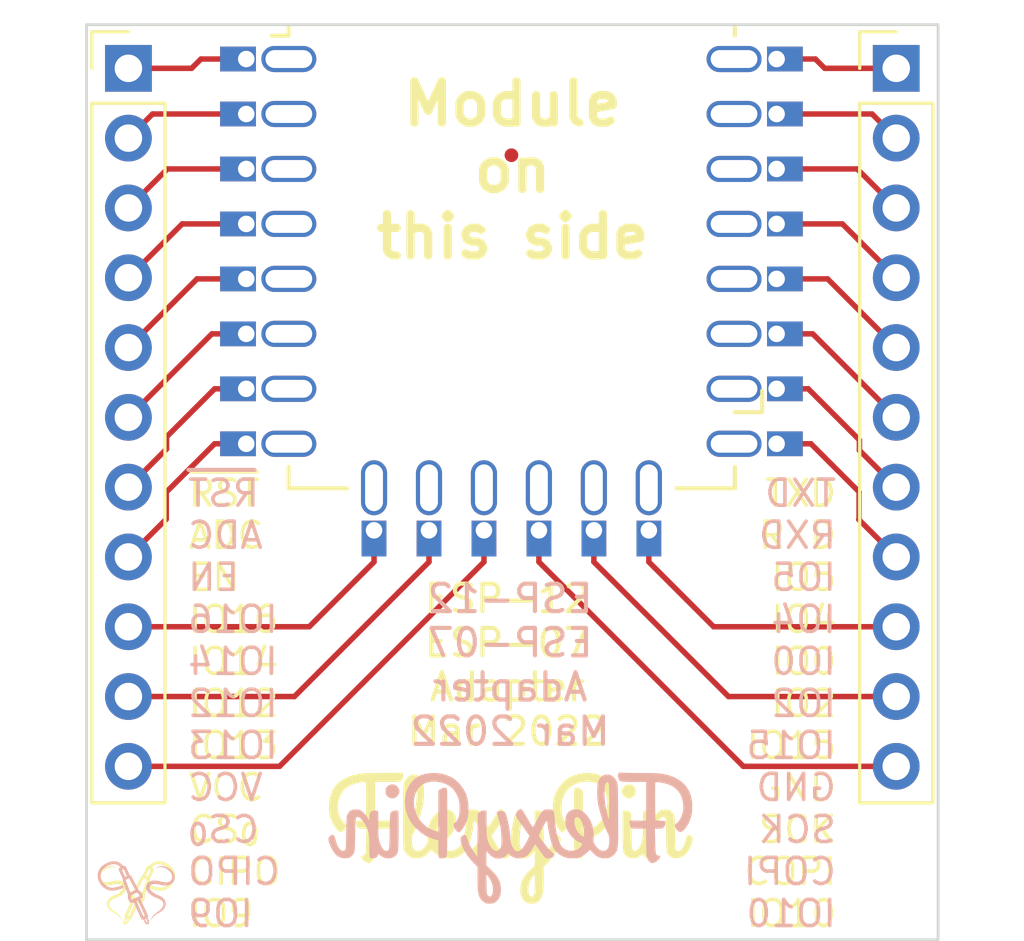
<source format=kicad_pcb>
(kicad_pcb (version 20220308) (generator pcbnew)
  (layers (0 "F.Cu" signal) (31 "B.Cu" signal) (34 "B.Paste" user) (35 "F.Paste" user) (36 "B.SilkS" user "B.Silkscreen") (37 "F.SilkS" user "F.Silkscreen") (38 "B.Mask" user) (39 "F.Mask" user) (44 "Edge.Cuts" user))
  (net 0 "")
  (net 1 "/GND")
  (net 2 "/EN")
  (net 3 "/IO2")
  (net 4 "/IO5")
  (net 5 "/IO4")
  (net 6 "/IO0")
  (net 7 "/IO9")
  (net 8 "/IO10")
  (net 9 "/TXD")
  (net 10 "/RXD")
  (net 11 "/~{RST}")
  (net 12 "/ADC")
  (net 13 "/IO16")
  (net 14 "/IO14")
  (net 15 "/IO12")
  (net 16 "/IO13")
  (net 17 "/VCC")
  (net 18 "/CS0")
  (net 19 "/CIPO")
  (net 20 "/COPI")
  (net 21 "/SCK")
  (net 22 "/IO15")
  (footprint "Connector_PinHeader_2.54mm:PinHeader_1x11_P2.54mm_Vertical" (layer "F.Cu") (at 134.112 81.788)
    (fp_text reference "J1" hide)
    (fp_text value "Conn_01x11")
    (pad "1" thru_hole rect (at 0 0) (size 1.7 1.7) (drill 1) (layers *.Cu *.Mask) (net 11 "/~{RST}"))
    (pad "2" thru_hole oval (at 0 2.54) (size 1.7 1.7) (drill 1) (layers *.Cu *.Mask) (net 12 "/ADC"))
    (pad "3" thru_hole oval (at 0 5.08) (size 1.7 1.7) (drill 1) (layers *.Cu *.Mask) (net 2 "/EN"))
    (pad "4" thru_hole oval (at 0 7.62) (size 1.7 1.7) (drill 1) (layers *.Cu *.Mask) (net 13 "/IO16"))
    (pad "5" thru_hole oval (at 0 10.16) (size 1.7 1.7) (drill 1) (layers *.Cu *.Mask) (net 14 "/IO14"))
    (pad "6" thru_hole oval (at 0 12.7) (size 1.7 1.7) (drill 1) (layers *.Cu *.Mask) (net 15 "/IO12"))
    (pad "7" thru_hole oval (at 0 15.24) (size 1.7 1.7) (drill 1) (layers *.Cu *.Mask) (net 16 "/IO13"))
    (pad "8" thru_hole oval (at 0 17.78) (size 1.7 1.7) (drill 1) (layers *.Cu *.Mask) (net 17 "/VCC"))
    (pad "9" thru_hole oval (at 0 20.32) (size 1.7 1.7) (drill 1) (layers *.Cu *.Mask) (net 18 "/CS0"))
    (pad "10" thru_hole oval (at 0 22.86) (size 1.7 1.7) (drill 1) (layers *.Cu *.Mask) (net 19 "/CIPO"))
    (pad "11" thru_hole oval (at 0 25.4) (size 1.7 1.7) (drill 1) (layers *.Cu *.Mask) (net 7 "/IO9"))
  )
  (footprint "Connector_PinHeader_2.54mm:PinHeader_1x11_P2.54mm_Vertical" (layer "F.Cu") (at 162.052 81.788)
    (fp_text reference "J5" hide)
    (fp_text value "Conn_01x11")
    (pad "1" thru_hole rect (at 0 0) (size 1.7 1.7) (drill 1) (layers *.Cu *.Mask) (net 9 "/TXD"))
    (pad "2" thru_hole oval (at 0 2.54) (size 1.7 1.7) (drill 1) (layers *.Cu *.Mask) (net 10 "/RXD"))
    (pad "3" thru_hole oval (at 0 5.08) (size 1.7 1.7) (drill 1) (layers *.Cu *.Mask) (net 4 "/IO5"))
    (pad "4" thru_hole oval (at 0 7.62) (size 1.7 1.7) (drill 1) (layers *.Cu *.Mask) (net 5 "/IO4"))
    (pad "5" thru_hole oval (at 0 10.16) (size 1.7 1.7) (drill 1) (layers *.Cu *.Mask) (net 6 "/IO0"))
    (pad "6" thru_hole oval (at 0 12.7) (size 1.7 1.7) (drill 1) (layers *.Cu *.Mask) (net 3 "/IO2"))
    (pad "7" thru_hole oval (at 0 15.24) (size 1.7 1.7) (drill 1) (layers *.Cu *.Mask) (net 22 "/IO15"))
    (pad "8" thru_hole oval (at 0 17.78) (size 1.7 1.7) (drill 1) (layers *.Cu *.Mask) (net 1 "/GND"))
    (pad "9" thru_hole oval (at 0 20.32) (size 1.7 1.7) (drill 1) (layers *.Cu *.Mask) (net 21 "/SCK"))
    (pad "10" thru_hole oval (at 0 22.86) (size 1.7 1.7) (drill 1) (layers *.Cu *.Mask) (net 20 "/COPI"))
    (pad "11" thru_hole oval (at 0 25.4) (size 1.7 1.7) (drill 1) (layers *.Cu *.Mask) (net 8 "/IO10"))
  )
  (footprint "LOGO" (layer "F.Cu") (at 148.04 109.8)
    (fp_text reference "G***" hide)
    (fp_text value "LOGO" hide)
  )
  (footprint "FlexyPin:FlexyPin_1x08_P2.00mm" (layer "F.Cu") (at 157.7 95.45 180)
    (fp_text reference "J4" hide)
    (fp_text value "Conn_01x08")
    (pad "" thru_hole oval locked (at 1.55 0 180) (size 2 0.95) (drill oval 1.7 0.65) (layers *.Cu *.Mask))
    (pad "" thru_hole oval locked (at 1.55 2 180) (size 2 0.95) (drill oval 1.7 0.65) (layers *.Cu *.Mask))
    (pad "" thru_hole oval locked (at 1.55 4 180) (size 2 0.95) (drill oval 1.7 0.65) (layers *.Cu *.Mask))
    (pad "" thru_hole oval locked (at 1.55 6 180) (size 2 0.95) (drill oval 1.7 0.65) (layers *.Cu *.Mask))
    (pad "" thru_hole oval locked (at 1.55 8 180) (size 2 0.95) (drill oval 1.7 0.65) (layers *.Cu *.Mask))
    (pad "" thru_hole oval locked (at 1.55 10 180) (size 2 0.95) (drill oval 1.7 0.65) (layers *.Cu *.Mask))
    (pad "" thru_hole oval locked (at 1.55 12 180) (size 2 0.95) (drill oval 1.7 0.65) (layers *.Cu *.Mask))
    (pad "" thru_hole oval locked (at 1.55 14 180) (size 2 0.95) (drill oval 1.7 0.65) (layers *.Cu *.Mask))
    (pad "1" thru_hole rect locked (at 0 0 180) (size 1.3 0.9) (drill 0.6 (offset -0.3 0)) (layers *.Cu *.Mask) (net 1 "/GND"))
    (pad "2" thru_hole rect locked (at 0 2 180) (size 1.3 0.9) (drill 0.6 (offset -0.3 0)) (layers *.Cu *.Mask) (net 22 "/IO15"))
    (pad "3" thru_hole rect locked (at 0 4 180) (size 1.3 0.9) (drill 0.6 (offset -0.3 0)) (layers *.Cu *.Mask) (net 3 "/IO2"))
    (pad "4" thru_hole rect locked (at 0 6 180) (size 1.3 0.9) (drill 0.6 (offset -0.3 0)) (layers *.Cu *.Mask) (net 6 "/IO0"))
    (pad "5" thru_hole rect locked (at 0 8 180) (size 1.3 0.9) (drill 0.6 (offset -0.3 0)) (layers *.Cu *.Mask) (net 5 "/IO4"))
    (pad "6" thru_hole rect locked (at 0 10 180) (size 1.3 0.9) (drill 0.6 (offset -0.3 0)) (layers *.Cu *.Mask) (net 4 "/IO5"))
    (pad "7" thru_hole rect locked (at 0 12 180) (size 1.3 0.9) (drill 0.6 (offset -0.3 0)) (layers *.Cu *.Mask) (net 10 "/RXD"))
    (pad "8" thru_hole rect locked (at 0 14 180) (size 1.3 0.9) (drill 0.6 (offset -0.3 0)) (layers *.Cu *.Mask) (net 9 "/TXD"))
  )
  (footprint "FlexyPin:FlexyPin_1x06_P2.00mm" (layer "F.Cu") (at 143.05 98.6 90)
    (fp_text reference "J3" hide)
    (fp_text value "Conn_01x06")
    (pad "" thru_hole oval locked (at 1.55 0 90) (size 2 0.95) (drill oval 1.7 0.65) (layers *.Cu *.Mask))
    (pad "" thru_hole oval locked (at 1.55 2 90) (size 2 0.95) (drill oval 1.7 0.65) (layers *.Cu *.Mask))
    (pad "" thru_hole oval locked (at 1.55 4 90) (size 2 0.95) (drill oval 1.7 0.65) (layers *.Cu *.Mask))
    (pad "" thru_hole oval locked (at 1.55 6 90) (size 2 0.95) (drill oval 1.7 0.65) (layers *.Cu *.Mask))
    (pad "" thru_hole oval locked (at 1.55 8 90) (size 2 0.95) (drill oval 1.7 0.65) (layers *.Cu *.Mask))
    (pad "" thru_hole oval locked (at 1.55 10 90) (size 2 0.95) (drill oval 1.7 0.65) (layers *.Cu *.Mask))
    (pad "1" thru_hole rect locked (at 0 0 90) (size 1.3 0.9) (drill 0.6 (offset -0.3 0)) (layers *.Cu *.Mask) (net 18 "/CS0"))
    (pad "2" thru_hole rect locked (at 0 2 90) (size 1.3 0.9) (drill 0.6 (offset -0.3 0)) (layers *.Cu *.Mask) (net 19 "/CIPO"))
    (pad "3" thru_hole rect locked (at 0 4 90) (size 1.3 0.9) (drill 0.6 (offset -0.3 0)) (layers *.Cu *.Mask) (net 7 "/IO9"))
    (pad "4" thru_hole rect locked (at 0 6 90) (size 1.3 0.9) (drill 0.6 (offset -0.3 0)) (layers *.Cu *.Mask) (net 8 "/IO10"))
    (pad "5" thru_hole rect locked (at 0 8 90) (size 1.3 0.9) (drill 0.6 (offset -0.3 0)) (layers *.Cu *.Mask) (net 20 "/COPI"))
    (pad "6" thru_hole rect locked (at 0 10 90) (size 1.3 0.9) (drill 0.6 (offset -0.3 0)) (layers *.Cu *.Mask) (net 21 "/SCK"))
  )
  (footprint "Fiducial:Fiducial_0.5mm_Mask1.5mm" (layer "F.Cu") (at 148.05 84.95)
    (fp_text reference "REF**" hide)
    (fp_text value "Fiducial_0.5mm_Mask1.5mm")
    (pad "" smd circle (at 0 0) (size 0.5 0.5) (layers "F.Cu") (clearance 0.5))
  )
  (footprint "Symbols_Extra:SolderParty-New-Logo_3x2.5mm_SilkScreen" (layer "F.Cu") (at 134.5 111.7)
    (fp_text reference "G***" hide)
    (fp_text value "LOGO" hide)
  )
  (footprint "FlexyPin:FlexyPin_1x08_P2.00mm" (layer "F.Cu") (at 138.4 81.45)
    (fp_text reference "J2" hide)
    (fp_text value "Conn_01x08")
    (pad "" thru_hole oval locked (at 1.55 0) (size 2 0.95) (drill oval 1.7 0.65) (layers *.Cu *.Mask))
    (pad "" thru_hole oval locked (at 1.55 2) (size 2 0.95) (drill oval 1.7 0.65) (layers *.Cu *.Mask))
    (pad "" thru_hole oval locked (at 1.55 4) (size 2 0.95) (drill oval 1.7 0.65) (layers *.Cu *.Mask))
    (pad "" thru_hole oval locked (at 1.55 6) (size 2 0.95) (drill oval 1.7 0.65) (layers *.Cu *.Mask))
    (pad "" thru_hole oval locked (at 1.55 8) (size 2 0.95) (drill oval 1.7 0.65) (layers *.Cu *.Mask))
    (pad "" thru_hole oval locked (at 1.55 10) (size 2 0.95) (drill oval 1.7 0.65) (layers *.Cu *.Mask))
    (pad "" thru_hole oval locked (at 1.55 12) (size 2 0.95) (drill oval 1.7 0.65) (layers *.Cu *.Mask))
    (pad "" thru_hole oval locked (at 1.55 14) (size 2 0.95) (drill oval 1.7 0.65) (layers *.Cu *.Mask))
    (pad "1" thru_hole rect locked (at 0 0) (size 1.3 0.9) (drill 0.6 (offset -0.3 0)) (layers *.Cu *.Mask) (net 11 "/~{RST}"))
    (pad "2" thru_hole rect locked (at 0 2) (size 1.3 0.9) (drill 0.6 (offset -0.3 0)) (layers *.Cu *.Mask) (net 12 "/ADC"))
    (pad "3" thru_hole rect locked (at 0 4) (size 1.3 0.9) (drill 0.6 (offset -0.3 0)) (layers *.Cu *.Mask) (net 2 "/EN"))
    (pad "4" thru_hole rect locked (at 0 6) (size 1.3 0.9) (drill 0.6 (offset -0.3 0)) (layers *.Cu *.Mask) (net 13 "/IO16"))
    (pad "5" thru_hole rect locked (at 0 8) (size 1.3 0.9) (drill 0.6 (offset -0.3 0)) (layers *.Cu *.Mask) (net 14 "/IO14"))
    (pad "6" thru_hole rect locked (at 0 10) (size 1.3 0.9) (drill 0.6 (offset -0.3 0)) (layers *.Cu *.Mask) (net 15 "/IO12"))
    (pad "7" thru_hole rect locked (at 0 12) (size 1.3 0.9) (drill 0.6 (offset -0.3 0)) (layers *.Cu *.Mask) (net 16 "/IO13"))
    (pad "8" thru_hole rect locked (at 0 14) (size 1.3 0.9) (drill 0.6 (offset -0.3 0)) (layers *.Cu *.Mask) (net 17 "/VCC"))
  )
  (footprint "LOGO" (layer "B.Cu") (at 148 109.8 180)
    (fp_text reference "G***" hide)
    (fp_text value "LOGO" hide)
  )
  (footprint "Symbols_Extra:SolderParty-New-Logo_3x2.5mm_SilkScreen" (layer "B.Cu") (at 134.3 111.7 180)
    (fp_text reference "G***" hide)
    (fp_text value "LOGO" hide)
  )
  (gr_line (start 136.3 96.4) (end 138.7 96.4) (width 0.15) (layer "B.SilkS"))
  (gr_line (start 139.33 80.6) (end 139.94 80.6) (width 0.15) (layer "F.SilkS"))
  (gr_line (start 139.94 97.07) (end 142.06 97.07) (width 0.15) (layer "F.SilkS"))
  (gr_line (start 139.94 96.29) (end 139.94 97.07) (width 0.15) (layer "F.SilkS"))
  (gr_line (start 154.06 97.07) (end 156.18 97.07) (width 0.15) (layer "F.SilkS"))
  (gr_line (start 157.175 93.52) (end 157.175 94.3) (width 0.15) (layer "F.SilkS"))
  (gr_line (start 157.175 94.3) (end 156.175 94.3) (width 0.15) (layer "F.SilkS"))
  (gr_line (start 156.18 80.3) (end 156.18 80.6) (width 0.15) (layer "F.SilkS"))
  (gr_line (start 139.94 80.3) (end 139.94 80.6) (width 0.15) (layer "F.SilkS"))
  (gr_line (start 156.18 96.29) (end 156.18 97.07) (width 0.15) (layer "F.SilkS"))
  (gr_line (start 132.588 80.2) (end 163.576 80.2) (width 0.1) (layer "Edge.Cuts"))
  (gr_line (start 163.576 113.5) (end 132.588 113.5) (width 0.1) (layer "Edge.Cuts"))
  (gr_line (start 163.576 80.2) (end 163.576 113.5) (width 0.1) (layer "Edge.Cuts"))
  (gr_line (start 132.588 113.5) (end 132.588 80.2) (width 0.1) (layer "Edge.Cuts"))
  (gr_text "RST\nADC\nEN\nIO16\nIO14\nIO12\nIO13\nVCC\nCS_{0}\nCIPO\nIO9" (at 136.2 104.9) (layer "B.SilkS") (effects (font (size 0.95 0.95) (thickness 0.13)) (justify right mirror)))
  (gr_text "ESP-12\nESP-07\nAdapter\nMar 2022" (at 148 103.5) (layer "B.SilkS") (effects (font (size 1 1)) (justify mirror)))
  (gr_text "TXD\nRXD\nIO5\nIO4\nIO0\nIO2\nIO15\nGND\nSCK\nCOPI\nIO10" (at 159.941778 104.9) (layer "B.SilkS") (effects (font (size 0.95 0.95) (thickness 0.13)) (justify left mirror)))
  (gr_text "Module\non\nthis side" (at 148.09 85.5) (layer "F.SilkS") (effects (font (size 1.5 1.5) (thickness 0.3) bold)))
  (gr_text "~{RST}\nADC\nEN\nIO16\nIO14\nIO12\nIO13\nVCC\nCS_{0}\nCIPO\nIO9" (at 136.224816 104.9) (layer "F.SilkS") (effects (font (size 0.95 0.95) (thickness 0.13)) (justify left)))
  (gr_text "ESP-12\nESP-07\nAdapter\nMar 2022" (at 147.9 103.5) (layer "F.SilkS") (effects (font (size 1 1))))
  (gr_text "TXD\nRXD\nIO5\nIO4\nIO0\nIO2\nIO15\nGND\nSCK\nCOPI\nIO10" (at 159.95 104.9) (layer "F.SilkS") (effects (font (size 0.95 0.95) (thickness 0.13)) (justify right)))
  (segment (start 157.7 95.45) (end 158.95 95.45) (width 0.2) (layer "F.Cu") (net 1))
  (segment (start 160.7 98.2) (end 160.692 98.208) (width 0.2) (layer "F.Cu") (net 1))
  (segment (start 160.7 97.2) (end 160.7 98.2) (width 0.2) (layer "F.Cu") (net 1))
  (segment (start 158.95 95.45) (end 160.7 97.2) (width 0.2) (layer "F.Cu") (net 1))
  (segment (start 160.692 98.208) (end 162.052 99.568) (width 0.2) (layer "F.Cu") (net 1))
  (segment (start 135.53 85.45) (end 138.4 85.45) (width 0.2) (layer "F.Cu") (net 2))
  (segment (start 134.112 86.868) (end 135.53 85.45) (width 0.2) (layer "F.Cu") (net 2))
  (segment (start 159.014 91.45) (end 162.052 94.488) (width 0.2) (layer "F.Cu") (net 3))
  (segment (start 157.7 91.45) (end 159.014 91.45) (width 0.2) (layer "F.Cu") (net 3))
  (segment (start 160.634 85.45) (end 162.052 86.868) (width 0.2) (layer "F.Cu") (net 4))
  (segment (start 157.7 85.45) (end 160.634 85.45) (width 0.2) (layer "F.Cu") (net 4))
  (segment (start 160.094 87.45) (end 162.052 89.408) (width 0.2) (layer "F.Cu") (net 5))
  (segment (start 157.7 87.45) (end 160.094 87.45) (width 0.2) (layer "F.Cu") (net 5))
  (segment (start 159.554 89.45) (end 162.052 91.948) (width 0.2) (layer "F.Cu") (net 6))
  (segment (start 157.7 89.45) (end 159.554 89.45) (width 0.2) (layer "F.Cu") (net 6))
  (segment (start 134.112 107.188) (end 139.612 107.188) (width 0.2) (layer "F.Cu") (net 7))
  (segment (start 147.05 99.75) (end 147.05 98.6) (width 0.2) (layer "F.Cu") (net 7))
  (segment (start 139.612 107.188) (end 147.05 99.75) (width 0.2) (layer "F.Cu") (net 7))
  (segment (start 156.488 107.188) (end 149.05 99.75) (width 0.2) (layer "F.Cu") (net 8))
  (segment (start 162.052 107.188) (end 156.488 107.188) (width 0.2) (layer "F.Cu") (net 8))
  (segment (start 149.05 99.75) (end 149.05 98.6) (width 0.2) (layer "F.Cu") (net 8))
  (segment (start 159.45 81.788) (end 162.052 81.788) (width 0.2) (layer "F.Cu") (net 9))
  (segment (start 157.7 81.45) (end 159.112 81.45) (width 0.2) (layer "F.Cu") (net 9))
  (segment (start 159.112 81.45) (end 159.45 81.788) (width 0.2) (layer "F.Cu") (net 9))
  (segment (start 161.174 83.45) (end 157.7 83.45) (width 0.2) (layer "F.Cu") (net 10))
  (segment (start 162.052 84.328) (end 161.174 83.45) (width 0.2) (layer "F.Cu") (net 10))
  (segment (start 134.112 81.788) (end 136.412 81.788) (width 0.2) (layer "F.Cu") (net 11))
  (segment (start 136.75 81.45) (end 138.4 81.45) (width 0.2) (layer "F.Cu") (net 11))
  (segment (start 136.412 81.788) (end 136.75 81.45) (width 0.2) (layer "F.Cu") (net 11))
  (segment (start 134.99 83.45) (end 138.4 83.45) (width 0.2) (layer "F.Cu") (net 12))
  (segment (start 134.112 84.328) (end 134.99 83.45) (width 0.2) (layer "F.Cu") (net 12))
  (segment (start 134.112 89.408) (end 136.07 87.45) (width 0.2) (layer "F.Cu") (net 13))
  (segment (start 136.07 87.45) (end 138.4 87.45) (width 0.2) (layer "F.Cu") (net 13))
  (segment (start 136.61 89.45) (end 138.4 89.45) (width 0.2) (layer "F.Cu") (net 14))
  (segment (start 134.112 91.948) (end 136.61 89.45) (width 0.2) (layer "F.Cu") (net 14))
  (segment (start 137.15 91.45) (end 134.112 94.488) (width 0.2) (layer "F.Cu") (net 15))
  (segment (start 138.4 91.45) (end 137.15 91.45) (width 0.2) (layer "F.Cu") (net 15))
  (segment (start 135.5 95.64) (end 134.112 97.028) (width 0.2) (layer "F.Cu") (net 16))
  (segment (start 137.25 93.45) (end 135.5 95.2) (width 0.2) (layer "F.Cu") (net 16))
  (segment (start 135.5 95.2) (end 135.5 95.64) (width 0.2) (layer "F.Cu") (net 16))
  (segment (start 138.4 93.45) (end 137.25 93.45) (width 0.2) (layer "F.Cu") (net 16))
  (segment (start 138.4 95.45) (end 137.25 95.45) (width 0.2) (layer "F.Cu") (net 17))
  (segment (start 137.25 95.45) (end 135.49 97.21) (width 0.2) (layer "F.Cu") (net 17))
  (segment (start 135.49 98.19) (end 134.112 99.568) (width 0.2) (layer "F.Cu") (net 17))
  (segment (start 135.49 97.21) (end 135.49 98.19) (width 0.2) (layer "F.Cu") (net 17))
  (segment (start 143.05 99.75) (end 143.05 98.6) (width 0.2) (layer "F.Cu") (net 18))
  (segment (start 134.112 102.108) (end 140.692 102.108) (width 0.2) (layer "F.Cu") (net 18))
  (segment (start 140.692 102.108) (end 143.05 99.75) (width 0.2) (layer "F.Cu") (net 18))
  (segment (start 134.112 104.648) (end 140.152 104.648) (width 0.2) (layer "F.Cu") (net 19))
  (segment (start 145.05 99.75) (end 145.05 98.6) (width 0.2) (layer "F.Cu") (net 19))
  (segment (start 140.152 104.648) (end 145.05 99.75) (width 0.2) (layer "F.Cu") (net 19))
  (segment (start 162.052 104.648) (end 155.948 104.648) (width 0.2) (layer "F.Cu") (net 20))
  (segment (start 151.05 99.75) (end 151.05 98.6) (width 0.2) (layer "F.Cu") (net 20))
  (segment (start 155.948 104.648) (end 151.05 99.75) (width 0.2) (layer "F.Cu") (net 20))
  (segment (start 155.408 102.108) (end 153.05 99.75) (width 0.2) (layer "F.Cu") (net 21))
  (segment (start 153.05 99.75) (end 153.05 98.6) (width 0.2) (layer "F.Cu") (net 21))
  (segment (start 162.052 102.108) (end 155.408 102.108) (width 0.2) (layer "F.Cu") (net 21))
  (segment (start 158.85 93.45) (end 160.712 95.312) (width 0.2) (layer "F.Cu") (net 22))
  (segment (start 157.7 93.45) (end 158.85 93.45) (width 0.2) (layer "F.Cu") (net 22))
  (segment (start 160.712 95.312) (end 160.712 95.688) (width 0.2) (layer "F.Cu") (net 22))
  (segment (start 160.712 95.688) (end 162.052 97.028) (width 0.2) (layer "F.Cu") (net 22))
)
</source>
